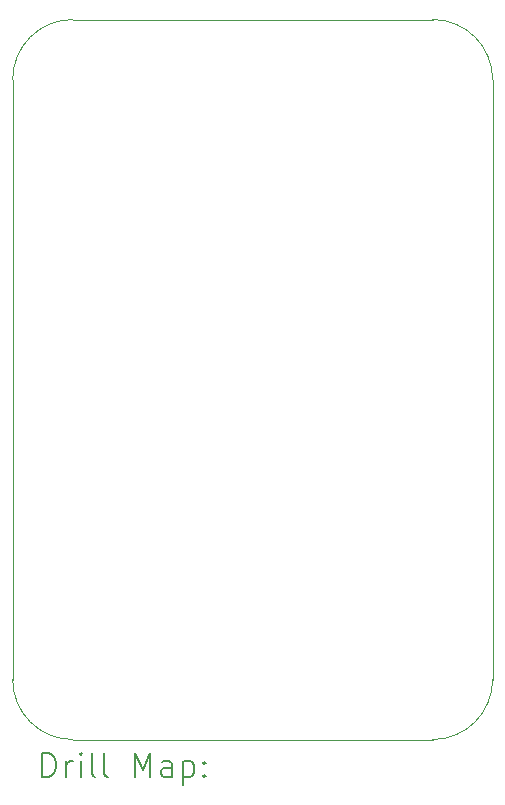
<source format=gbr>
%TF.GenerationSoftware,KiCad,Pcbnew,(6.0.9)*%
%TF.CreationDate,2022-12-04T23:34:54+01:00*%
%TF.ProjectId,SPI2WS2812,53504932-5753-4323-9831-322e6b696361,rev?*%
%TF.SameCoordinates,Original*%
%TF.FileFunction,Drillmap*%
%TF.FilePolarity,Positive*%
%FSLAX45Y45*%
G04 Gerber Fmt 4.5, Leading zero omitted, Abs format (unit mm)*
G04 Created by KiCad (PCBNEW (6.0.9)) date 2022-12-04 23:34:54*
%MOMM*%
%LPD*%
G01*
G04 APERTURE LIST*
%ADD10C,0.100000*%
%ADD11C,0.200000*%
G04 APERTURE END LIST*
D10*
X8890000Y-5588000D02*
X11938000Y-5588000D01*
X8382000Y-11176000D02*
G75*
G03*
X8890000Y-11684000I508000J0D01*
G01*
X8382000Y-11176000D02*
X8382000Y-6096000D01*
X8890000Y-5588000D02*
G75*
G03*
X8382000Y-6096000I0J-508000D01*
G01*
X11938000Y-11684000D02*
X8890000Y-11684000D01*
X11938000Y-11684000D02*
G75*
G03*
X12446000Y-11176000I0J508000D01*
G01*
X12446000Y-6096000D02*
G75*
G03*
X11938000Y-5588000I-508000J0D01*
G01*
X12446000Y-6096000D02*
X12446000Y-11176000D01*
D11*
X8634619Y-11999476D02*
X8634619Y-11799476D01*
X8682238Y-11799476D01*
X8710810Y-11809000D01*
X8729857Y-11828048D01*
X8739381Y-11847095D01*
X8748905Y-11885190D01*
X8748905Y-11913762D01*
X8739381Y-11951857D01*
X8729857Y-11970905D01*
X8710810Y-11989952D01*
X8682238Y-11999476D01*
X8634619Y-11999476D01*
X8834619Y-11999476D02*
X8834619Y-11866143D01*
X8834619Y-11904238D02*
X8844143Y-11885190D01*
X8853667Y-11875667D01*
X8872714Y-11866143D01*
X8891762Y-11866143D01*
X8958429Y-11999476D02*
X8958429Y-11866143D01*
X8958429Y-11799476D02*
X8948905Y-11809000D01*
X8958429Y-11818524D01*
X8967952Y-11809000D01*
X8958429Y-11799476D01*
X8958429Y-11818524D01*
X9082238Y-11999476D02*
X9063190Y-11989952D01*
X9053667Y-11970905D01*
X9053667Y-11799476D01*
X9187000Y-11999476D02*
X9167952Y-11989952D01*
X9158429Y-11970905D01*
X9158429Y-11799476D01*
X9415571Y-11999476D02*
X9415571Y-11799476D01*
X9482238Y-11942333D01*
X9548905Y-11799476D01*
X9548905Y-11999476D01*
X9729857Y-11999476D02*
X9729857Y-11894714D01*
X9720333Y-11875667D01*
X9701286Y-11866143D01*
X9663190Y-11866143D01*
X9644143Y-11875667D01*
X9729857Y-11989952D02*
X9710810Y-11999476D01*
X9663190Y-11999476D01*
X9644143Y-11989952D01*
X9634619Y-11970905D01*
X9634619Y-11951857D01*
X9644143Y-11932809D01*
X9663190Y-11923286D01*
X9710810Y-11923286D01*
X9729857Y-11913762D01*
X9825095Y-11866143D02*
X9825095Y-12066143D01*
X9825095Y-11875667D02*
X9844143Y-11866143D01*
X9882238Y-11866143D01*
X9901286Y-11875667D01*
X9910810Y-11885190D01*
X9920333Y-11904238D01*
X9920333Y-11961381D01*
X9910810Y-11980428D01*
X9901286Y-11989952D01*
X9882238Y-11999476D01*
X9844143Y-11999476D01*
X9825095Y-11989952D01*
X10006048Y-11980428D02*
X10015571Y-11989952D01*
X10006048Y-11999476D01*
X9996524Y-11989952D01*
X10006048Y-11980428D01*
X10006048Y-11999476D01*
X10006048Y-11875667D02*
X10015571Y-11885190D01*
X10006048Y-11894714D01*
X9996524Y-11885190D01*
X10006048Y-11875667D01*
X10006048Y-11894714D01*
M02*

</source>
